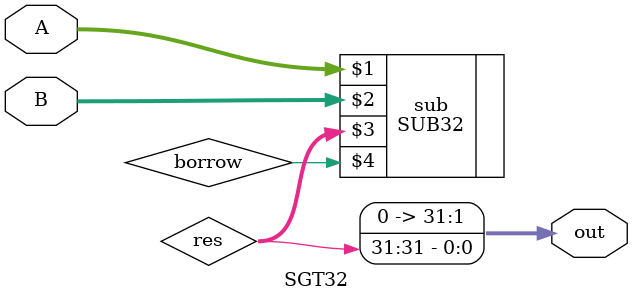
<source format=v>
`timescale 1ns / 1ps

module ADD2BIT (
    input [1:0] A,
    input [1:0] B,
    input cin,
    output [1:0] sum,
    output cout
);
    wire c1;
    FULLADD1 FA1 (
        .A(A[0]),
        .B(B[0]),
        .cin(cin),
        .sum(sum[0]),
        .cout(c1)
    );

    FULLADD1 FA2 (
        .A(A[1]),
        .B(B[1]),
        .cin(c1),
        .sum(sum[1]),
        .cout(cout)
    );
endmodule

module ADD3BIT (
    input [2:0] A,
    input [2:0] B,
    input cin,
    output [2:0] sum,
    output cout
);
    wire c1, c2;
    FULLADD1 FA1 (
        .A(A[0]),
        .B(B[0]),
        .cin(cin),
        .sum(sum[0]),
        .cout(c1)
    );

    FULLADD1 FA2 (
        .A(A[1]),
        .B(B[1]),
        .cin(c1),
        .sum(sum[1]),
        .cout(c2)
    );

    FULLADD1 FA3 (
        .A(A[2]),
        .B(B[2]),
        .cin(c2),
        .sum(sum[2]),
        .cout(cout)
    );
endmodule

module HAM8(
    input [7:0] A,
    output [7:0] weight
);
    wire [1:0] sum_stage1;
    wire [1:0] sum_stage2;
    wire [1:0] sum_stage3;
    
    wire carry_stage3;
    wire[2:0] sum_stage4;
    wire[2:0] sum_final;
    wire carry_final;
    
    FULLADD1 FA1 (.A(A[7]), .B(A[6]), .cin(A[5]), .sum(sum_stage1[0]), .cout(sum_stage1[1]));
    FULLADD1 FA2 (.A(A[4]), .B(A[3]), .cin(A[2]), .sum(sum_stage2[0]), .cout(sum_stage2[1]));
    ADD2BIT add1(.A(sum_stage1),.B(sum_stage2),.cin(A[1]),.sum(sum_stage3),.cout(carry_stage3));
    assign sum_stage4={carry_stage3,sum_stage3};
   
    ADD3BIT add2(.A(sum_stage4),.B(3'b000),.cin(A[0]),.sum(sum_final),.cout(carry_final));
    assign weight = {4'b0000,carry_final,sum_final};
endmodule

module HAM_32(input[31:0] A, output [7:0] weight);
    wire[7:0] w1,w2,w3,w4;
    wire[7:0] s1,s2;
    
    HAM8 H1(A[7:0], w1);
    HAM8 H2(A[15:8],w2);
    HAM8 H3(A[23:16],w3);
    HAM8 H4(A[31:24],w4);
    
    wire c1,c2,c3;
    ADD8 A1(.A(w1),.B(w2),.cin(0),.cout(c1),.sum(s1));
    ADD8 A2(.A(s1),.B(w3),.cin(c1),.cout(c2),.sum(s2));
    ADD8 A3(.A(s2),.B(w4),.cin(c2),.cout(c3),.sum(weight));
endmodule


module LUI32(input[31:0] A,output[31:0] out);
 assign out={A[31:16],{16{1'b0}}};
endmodule

module SLT32(input[31:0]A,B,output[31:0] out);
 wire[31:0]res;
 wire borrow;
 SUB32 sub(A,B,res,borrow);
 assign out={{31{1'b0}},res[31]};


endmodule

module SGT32(input[31:0]A,B,output[31:0] out);
 wire[31:0]res;
 wire borrow;
 SUB32 sub(A,B,res,borrow);
 assign out={{31{1'b0}},res[31]};
endmodule
</source>
